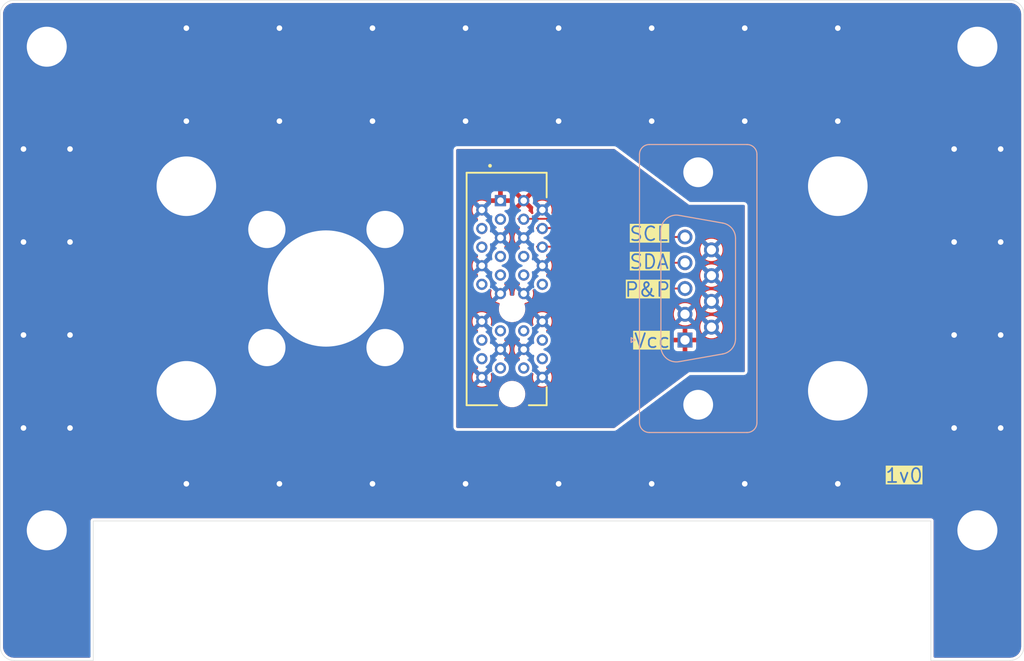
<source format=kicad_pcb>
(kicad_pcb (version 20241229) (generator "pcbnew") (generator_version "9.0")
  (layers (0 "F.Cu" signal) (2 "B.Cu" power) (13 "F.Paste" user) (15 "B.Paste" user) (5 "F.SilkS" user "F.Silkscreen") (7 "B.SilkS" user "B.Silkscreen") (1 "F.Mask" user) (3 "B.Mask" user) (25 "Edge.Cuts" user))
  (net 0 "")
  (net 1 "SCL")
  (net 2 "P&P")
  (net 3 "Vcc")
  (net 4 "SDA")
  (net 5 "GNDRF")
  (net 6 "GNDREF")
  (footprint "MountingHole:MountingHole_6.4mm_M6_DIN965_Pad" (layer "F.Cu") (at 210 71)
    (property "Reference" "REF**" (hide yes))
    (property "Value" "MountingHole_6.4mm_M6_DIN965_Pad")
    (pad "1" thru_hole circle (at 0 0) (size 11 11) (drill 6.4) (layers "*.Cu" "*.Mask") (net 5 "GNDRF"))
  )
  (footprint "MountingHole:MountingHole_4.3mm_M4_Pad" (layer "F.Cu") (at 125 56)
    (property "Reference" "REF**" (hide yes))
    (property "Value" "MountingHole_4.3mm_M4_Pad")
    (pad "1" thru_hole circle (at 0 0) (size 8.6 8.6) (drill 4.3) (layers "*.Cu" "*.Mask") (net 5 "GNDRF"))
  )
  (footprint "customLibrary:femaleBNCPanel" (layer "F.Cu") (at 155 82)
    (property "Reference" "J3" (hide yes))
    (property "Value" "Conn_Coaxial")
    (pad "2" thru_hole circle (at -6.35 -6.35) (size 4.4 4.4) (drill 4) (layers "*.Cu" "*.Mask") (net 5 "GNDRF"))
    (pad "2" thru_hole circle (at -6.35 6.35) (size 4.4 4.4) (drill 4) (layers "*.Cu" "*.Mask") (net 5 "GNDRF"))
    (pad "2" thru_hole rect (at 0 0) (size 18.55 18.55) (drill 12.5) (layers "*.Cu" "*.Mask") (net 5 "GNDRF") (clearance 0))
    (pad "2" thru_hole circle (at 6.35 -6.35) (size 4.4 4.4) (drill 4) (layers "*.Cu" "*.Mask") (net 5 "GNDRF"))
    (pad "2" thru_hole circle (at 6.35 6.35) (size 4.4 4.4) (drill 4) (layers "*.Cu" "*.Mask") (net 5 "GNDRF"))
  )
  (footprint "MountingHole:MountingHole_4.3mm_M4_Pad" (layer "F.Cu") (at 225 56)
    (property "Reference" "REF**" (hide yes))
    (property "Value" "MountingHole_4.3mm_M4_Pad")
    (pad "1" thru_hole circle (at 0 0) (size 8.6 8.6) (drill 4.3) (layers "*.Cu" "*.Mask") (net 5 "GNDRF"))
  )
  (footprint "MountingHole:MountingHole_6.4mm_M6_DIN965_Pad" (layer "F.Cu") (at 140 71)
    (property "Reference" "REF**" (hide yes))
    (property "Value" "MountingHole_6.4mm_M6_DIN965_Pad")
    (pad "1" thru_hole circle (at 0 0) (size 11 11) (drill 6.4) (layers "*.Cu" "*.Mask") (net 5 "GNDRF"))
  )
  (footprint "ProjectModels:SAMTEC_PCIE-036-02-X-D-TH" (layer "F.Cu") (at 175 82.05 90)
    (property "Reference" "J1" (hide yes))
    (property "Value" "PCIE-036-02-X-D-TH")
    (fp_line (start 12.5 -4.885) (end 12.5 3.715) (stroke (width 0.2)) (layer "F.SilkS"))
    (fp_line (start -12.5 -4.885) (end 12.5 -4.885) (stroke (width 0.2)) (layer "F.SilkS"))
    (fp_line (start -12.5 -1.6) (end -12.5 -4.885) (stroke (width 0.2)) (layer "F.SilkS"))
    (fp_line (start 12.5 3.715) (end 9.85 3.715) (stroke (width 0.2)) (layer "F.SilkS"))
    (fp_line (start -10.55 3.715) (end -12.5 3.715) (stroke (width 0.2)) (layer "F.SilkS"))
    (fp_line (start -12.5 3.715) (end -12.5 1.8) (stroke (width 0.2)) (layer "F.SilkS"))
    (fp_circle (center 13.25 -2.37) (end 13.35 -2.37) (stroke (width 0.2)) (fill no) (layer "F.SilkS"))
    (pad "" np_thru_hole circle (at -11.3 0 90) (size 2.35 2.35) (drill 2.35) (layers "*.Cu" "*.Mask"))
    (pad "" np_thru_hole circle (at -2.15 0 90) (size 2.35 2.35) (drill 2.35) (layers "*.Cu" "*.Mask"))
    (pad "1" thru_hole rect (at 9.5 -1.25 90) (size 1.208 1.208) (drill 0.7) (layers "*.Cu" "*.Mask") (net 3 "Vcc"))
    (pad "2" thru_hole circle (at 9.5 1.25 90) (size 1.208 1.208) (drill 0.7) (layers "*.Cu" "*.Mask") (net 3 "Vcc"))
    (pad "3" thru_hole circle (at 8.5 -3.25 90) (size 1.208 1.208) (drill 0.7) (layers "*.Cu" "*.Mask") (net 6 "GNDREF"))
    (pad "4" thru_hole circle (at 8.5 3.25 90) (size 1.208 1.208) (drill 0.7) (layers "*.Cu" "*.Mask") (net 6 "GNDREF"))
    (pad "5" thru_hole circle (at 7.5 -1.25 90) (size 1.208 1.208) (drill 0.7) (layers "*.Cu" "*.Mask"))
    (pad "6" thru_hole circle (at 7.5 1.25 90) (size 1.208 1.208) (drill 0.7) (layers "*.Cu" "*.Mask") (net 1 "SCL"))
    (pad "7" thru_hole circle (at 6.5 -3.25 90) (size 1.208 1.208) (drill 0.7) (layers "*.Cu" "*.Mask"))
    (pad "8" thru_hole circle (at 6.5 3.25 90) (size 1.208 1.208) (drill 0.7) (layers "*.Cu" "*.Mask") (net 4 "SDA"))
    (pad "9" thru_hole circle (at 5.5 -1.25 90) (size 1.208 1.208) (drill 0.7) (layers "*.Cu" "*.Mask") (net 6 "GNDREF"))
    (pad "10" thru_hole circle (at 5.5 1.25 90) (size 1.208 1.208) (drill 0.7) (layers "*.Cu" "*.Mask") (net 6 "GNDREF"))
    (pad "11" thru_hole circle (at 4.5 -3.25 90) (size 1.208 1.208) (drill 0.7) (layers "*.Cu" "*.Mask"))
    (pad "12" thru_hole circle (at 4.5 3.25 90) (size 1.208 1.208) (drill 0.7) (layers "*.Cu" "*.Mask") (net 2 "P&P"))
    (pad "13" thru_hole circle (at 3.5 -1.25 90) (size 1.208 1.208) (drill 0.7) (layers "*.Cu" "*.Mask"))
    (pad "14" thru_hole circle (at 3.5 1.25 90) (size 1.208 1.208) (drill 0.7) (layers "*.Cu" "*.Mask"))
    (pad "15" thru_hole circle (at 2.5 -3.25 90) (size 1.208 1.208) (drill 0.7) (layers "*.Cu" "*.Mask") (net 6 "GNDREF"))
    (pad "16" thru_hole circle (at 2.5 3.25 90) (size 1.208 1.208) (drill 0.7) (layers "*.Cu" "*.Mask") (net 6 "GNDREF"))
    (pad "17" thru_hole circle (at 1.5 -1.25 90) (size 1.208 1.208) (drill 0.7) (layers "*.Cu" "*.Mask"))
    (pad "18" thru_hole circle (at 1.5 1.25 90) (size 1.208 1.208) (drill 0.7) (layers "*.Cu" "*.Mask"))
    (pad "19" thru_hole circle (at 0.5 -3.25 90) (size 1.208 1.208) (drill 0.7) (layers "*.Cu" "*.Mask"))
    (pad "20" thru_hole circle (at 0.5 3.25 90) (size 1.208 1.208) (drill 0.7) (layers "*.Cu" "*.Mask"))
    (pad "21" thru_hole circle (at -0.5 -1.25 90) (size 1.208 1.208) (drill 0.7) (layers "*.Cu" "*.Mask") (net 6 "GNDREF"))
    (pad "22" thru_hole circle (at -0.5 1.25 90) (size 1.208 1.208) (drill 0.7) (layers "*.Cu" "*.Mask") (net 6 "GNDREF"))
    (pad "23" thru_hole circle (at -3.5 -3.25 90) (size 1.208 1.208) (drill 0.7) (layers "*.Cu" "*.Mask") (net 6 "GNDREF"))
    (pad "24" thru_hole circle (at -3.5 3.25 90) (size 1.208 1.208) (drill 0.7) (layers "*.Cu" "*.Mask") (net 6 "GNDREF"))
    (pad "25" thru_hole circle (at -4.5 -1.25 90) (size 1.208 1.208) (drill 0.7) (layers "*.Cu" "*.Mask"))
    (pad "26" thru_hole circle (at -4.5 1.25 90) (size 1.208 1.208) (drill 0.7) (layers "*.Cu" "*.Mask"))
    (pad "27" thru_hole circle (at -5.5 -3.25 90) (size 1.208 1.208) (drill 0.7) (layers "*.Cu" "*.Mask"))
    (pad "28" thru_hole circle (at -5.5 3.25 90) (size 1.208 1.208) (drill 0.7) (layers "*.Cu" "*.Mask"))
    (pad "29" thru_hole circle (at -6.5 -1.25 90) (size 1.208 1.208) (drill 0.7) (layers "*.Cu" "*.Mask") (net 6 "GNDREF"))
    (pad "30" thru_hole circle (at -6.5 1.25 90) (size 1.208 1.208) (drill 0.7) (layers "*.Cu" "*.Mask") (net 6 "GNDREF"))
    (pad "31" thru_hole circle (at -7.5 -3.25 90) (size 1.208 1.208) (drill 0.7) (layers "*.Cu" "*.Mask"))
    (pad "32" thru_hole circle (at -7.5 3.25 90) (size 1.208 1.208) (drill 0.7) (layers "*.Cu" "*.Mask"))
    (pad "33" thru_hole circle (at -8.5 -1.25 90) (size 1.208 1.208) (drill 0.7) (layers "*.Cu" "*.Mask"))
    (pad "34" thru_hole circle (at -8.5 1.25 90) (size 1.208 1.208) (drill 0.7) (layers "*.Cu" "*.Mask"))
    (pad "35" thru_hole circle (at -9.5 -3.25 90) (size 1.208 1.208) (drill 0.7) (layers "*.Cu" "*.Mask") (net 6 "GNDREF"))
    (pad "36" thru_hole circle (at -9.5 3.25 90) (size 1.208 1.208) (drill 0.7) (layers "*.Cu" "*.Mask") (net 6 "GNDREF"))
  )
  (footprint "MountingHole:MountingHole_4.3mm_M4_Pad" (layer "F.Cu") (at 125 108)
    (property "Reference" "REF**" (hide yes))
    (property "Value" "MountingHole_4.3mm_M4_Pad")
    (pad "1" thru_hole circle (at 0 0) (size 8.6 8.6) (drill 4.3) (layers "*.Cu" "*.Mask") (net 5 "GNDRF"))
  )
  (footprint "MountingHole:MountingHole_4.3mm_M4_Pad" (layer "F.Cu") (at 225 108)
    (property "Reference" "REF**" (hide yes))
    (property "Value" "MountingHole_4.3mm_M4_Pad")
    (pad "1" thru_hole circle (at 0 0) (size 8.6 8.6) (drill 4.3) (layers "*.Cu" "*.Mask") (net 5 "GNDRF"))
  )
  (footprint "MountingHole:MountingHole_6.4mm_M6_DIN965_Pad" (layer "F.Cu") (at 140 93)
    (property "Reference" "REF**" (hide yes))
    (property "Value" "MountingHole_6.4mm_M6_DIN965_Pad")
    (pad "1" thru_hole circle (at 0 0) (size 11 11) (drill 6.4) (layers "*.Cu" "*.Mask") (net 5 "GNDRF"))
  )
  (footprint "MountingHole:MountingHole_6.4mm_M6_DIN965_Pad" (layer "F.Cu") (at 210 93)
    (property "Reference" "REF**" (hide yes))
    (property "Value" "MountingHole_6.4mm_M6_DIN965_Pad")
    (pad "1" thru_hole circle (at 0 0) (size 11 11) (drill 6.4) (layers "*.Cu" "*.Mask") (net 5 "GNDRF"))
  )
  (footprint "Connector_Dsub:DSUB-9_Socket_Vertical_P2.77x2.84mm_MountingHoles" (layer "B.Cu") (at 195 69.5 -90)
    (property "Reference" "J2" (hide yes))
    (property "Value" "DE9_Socket_MountingHoles")
    (fp_line (start 17.79 7.204338) (end 18.29 7.204338) (stroke (width 0.12)) (layer "B.SilkS"))
    (fp_line (start 18.29 7.204338) (end 18.04 6.771325) (stroke (width 0.12)) (layer "B.SilkS"))
    (fp_line (start 18.04 6.771325) (end 17.79 7.204338) (stroke (width 0.12)) (layer "B.SilkS"))
    (fp_line (start -1.925 6.31) (end 26.925 6.31) (stroke (width 0.12)) (layer "B.SilkS"))
    (fp_line (start 27.985 5.25) (end 27.985 -5.25) (stroke (width 0.12)) (layer "B.SilkS"))
    (fp_line (start 6.268311 4.01) (end 18.731689 4.01) (stroke (width 0.12)) (layer "B.SilkS"))
    (fp_line (start 20.36647 2.061744) (end 19.537733 -2.638256) (stroke (width 0.12)) (layer "B.SilkS"))
    (fp_line (start 5.462267 -2.638256) (end 4.63353 2.061744) (stroke (width 0.12)) (layer "B.SilkS"))
    (fp_line (start 17.902952 -4.01) (end 7.097048 -4.01) (stroke (width 0.12)) (layer "B.SilkS"))
    (fp_line (start -2.985 -5.25) (end -2.985 5.25) (stroke (width 0.12)) (layer "B.SilkS"))
    (fp_line (start 26.925 -6.31) (end -1.925 -6.31) (stroke (width 0.12)) (layer "B.SilkS"))
    (fp_arc (start -1.925 6.31) (mid -2.674533 5.999533) (end -2.985 5.25) (stroke (width 0.12)) (layer "B.SilkS"))
    (fp_arc (start 27.985 5.25) (mid 27.674533 5.999533) (end 26.925 6.31) (stroke (width 0.12)) (layer "B.SilkS"))
    (fp_arc (start 6.268311 4.01) (mid 4.996677 3.417027) (end 4.63353 2.061744) (stroke (width 0.12)) (layer "B.SilkS"))
    (fp_arc (start 20.36647 2.061744) (mid 20.003323 3.417027) (end 18.731689 4.01) (stroke (width 0.12)) (layer "B.SilkS"))
    (fp_arc (start 5.462267 -2.638256) (mid 6.03002 -3.621634) (end 7.097048 -4.01) (stroke (width 0.12)) (layer "B.SilkS"))
    (fp_arc (start 17.902952 -4.01) (mid 18.96998 -3.621634) (end 19.537733 -2.638256) (stroke (width 0.12)) (layer "B.SilkS"))
    (fp_arc (start -2.985 -5.25) (mid -2.674533 -5.999533) (end -1.925 -6.31) (stroke (width 0.12)) (layer "B.SilkS"))
    (fp_arc (start 26.925 -6.31) (mid 27.674533 -5.999533) (end 27.985 -5.25) (stroke (width 0.12)) (layer "B.SilkS"))
    (pad "0" thru_hole circle (at 0 0 270) (size 4 4) (drill 3.2) (layers "*.Cu" "*.Mask") (net 5 "GNDRF"))
    (pad "0" thru_hole circle (at 25 0 270) (size 4 4) (drill 3.2) (layers "*.Cu" "*.Mask") (net 5 "GNDRF"))
    (pad "1" thru_hole rect (at 18.04 1.42 270) (size 1.6 1.6) (drill 1) (layers "*.Cu" "*.Mask") (net 3 "Vcc"))
    (pad "2" thru_hole circle (at 15.27 1.42 270) (size 1.6 1.6) (drill 1) (layers "*.Cu" "*.Mask") (net 6 "GNDREF"))
    (pad "3" thru_hole circle (at 12.5 1.42 270) (size 1.6 1.6) (drill 1) (layers "*.Cu" "*.Mask") (net 2 "P&P"))
    (pad "4" thru_hole circle (at 9.73 1.42 270) (size 1.6 1.6) (drill 1) (layers "*.Cu" "*.Mask") (net 4 "SDA"))
    (pad "5" thru_hole circle (at 6.96 1.42 270) (size 1.6 1.6) (drill 1) (layers "*.Cu" "*.Mask") (net 1 "SCL"))
    (pad "6" thru_hole circle (at 16.655 -1.42 270) (size 1.6 1.6) (drill 1) (layers "*.Cu" "*.Mask") (net 6 "GNDREF"))
    (pad "7" thru_hole circle (at 13.885 -1.42 270) (size 1.6 1.6) (drill 1) (layers "*.Cu" "*.Mask") (net 6 "GNDREF"))
    (pad "8" thru_hole circle (at 11.115 -1.42 270) (size 1.6 1.6) (drill 1) (layers "*.Cu" "*.Mask") (net 6 "GNDREF"))
    (pad "9" thru_hole circle (at 8.345 -1.42 270) (size 1.6 1.6) (drill 1) (layers "*.Cu" "*.Mask") (net 6 "GNDREF"))
  )
  (gr_arc (start 230 120.5) (mid 229.56066 121.56066) (end 228.5 122) (stroke (width 0.05)) (layer "Edge.Cuts"))
  (gr_arc (start 121.5 122) (mid 120.43934 121.56066) (end 120 120.5) (stroke (width 0.05)) (layer "Edge.Cuts"))
  (gr_arc (start 228.5 51) (mid 229.56066 51.43934) (end 230 52.5) (stroke (width 0.05)) (layer "Edge.Cuts"))
  (gr_line (start 220 107) (end 220 122) (stroke (width 0.05)) (layer "Edge.Cuts"))
  (gr_line (start 220 122) (end 228.5 122) (stroke (width 0.05)) (layer "Edge.Cuts"))
  (gr_line (start 120 120.5) (end 120 52.5) (stroke (width 0.05)) (layer "Edge.Cuts"))
  (gr_line (start 230 52.5) (end 230 120.5) (stroke (width 0.05)) (layer "Edge.Cuts"))
  (gr_line (start 130 122) (end 130 107) (stroke (width 0.05)) (layer "Edge.Cuts"))
  (gr_line (start 121.5 51) (end 228.5 51) (stroke (width 0.05)) (layer "Edge.Cuts"))
  (gr_line (start 121.5 122) (end 130 122) (stroke (width 0.05)) (layer "Edge.Cuts"))
  (gr_arc (start 120 52.5) (mid 120.43934 51.43934) (end 121.5 51) (stroke (width 0.05)) (layer "Edge.Cuts"))
  (gr_line (start 130 107) (end 220 107) (stroke (width 0.05)) (layer "Edge.Cuts"))
  (gr_text "Vcc" (at 188 88.5 0) (layer "F.SilkS" knockout) (effects (font (size 1.5 1.5) (thickness 0.1875)) (justify left bottom)))
  (gr_text "SCL" (at 187.5 77 0) (layer "F.SilkS" knockout) (effects (font (size 1.5 1.5) (thickness 0.1875)) (justify left bottom)))
  (gr_text "SDA" (at 187.5 80 0) (layer "F.SilkS" knockout) (effects (font (size 1.5 1.5) (thickness 0.1875)) (justify left bottom)))
  (gr_text "P&P" (at 187 83 0) (layer "F.SilkS" knockout) (effects (font (size 1.5 1.5) (thickness 0.1875)) (justify left bottom)))
  (gr_text "1v0" (at 215 103 0) (layer "F.SilkS" knockout) (effects (font (size 1.5 1.5) (thickness 0.1875)) (justify left bottom)))
  (segment (start 185 76.46) (end 193.58 76.46) (width 0.2) (layer "F.Cu") (net 1))
  (segment (start 183.045 74.505) (end 185 76.46) (width 0.2) (layer "F.Cu") (net 1))
  (segment (start 175.665 74.5) (end 175.67 74.505) (width 0.2) (layer "F.Cu") (net 1))
  (segment (start 175.67 74.505) (end 183.045 74.505) (width 0.2) (layer "F.Cu") (net 1))
  (segment (start 177.665 77.5) (end 180.5 77.5) (width 0.2) (layer "F.Cu") (net 2))
  (segment (start 180.5 77.5) (end 185 82) (width 0.2) (layer "F.Cu") (net 2))
  (segment (start 185 82) (end 193.58 82) (width 0.2) (layer "F.Cu") (net 2))
  (segment (start 177.665 75.5) (end 181 75.5) (width 0.2) (layer "F.Cu") (net 4))
  (segment (start 184.73 79.23) (end 193.58 79.23) (width 0.2) (layer "F.Cu") (net 4))
  (segment (start 181 75.5) (end 184.73 79.23) (width 0.2) (layer "F.Cu") (net 4))
  (via (at 170 54) (size 0.8) (drill 0.6) (layers "F.Cu" "B.Cu") (net 5))
  (via (at 127.5 87) (size 0.8) (drill 0.6) (layers "F.Cu" "B.Cu") (net 5))
  (via (at 222.5 97) (size 0.8) (drill 0.6) (layers "F.Cu" "B.Cu") (net 5))
  (via (at 210 64) (size 0.8) (drill 0.6) (layers "F.Cu" "B.Cu") (net 5))
  (via (at 160 54) (size 0.8) (drill 0.6) (layers "F.Cu" "B.Cu") (net 5))
  (via (at 227.5 77) (size 0.8) (drill 0.6) (layers "F.Cu" "B.Cu") (net 5))
  (via (at 222.5 67) (size 0.8) (drill 0.6) (layers "F.Cu" "B.Cu") (net 5))
  (via (at 127.5 67) (size 0.8) (drill 0.6) (layers "F.Cu" "B.Cu") (net 5))
  (via (at 200 64) (size 0.8) (drill 0.6) (layers "F.Cu" "B.Cu") (net 5))
  (via (at 170 64) (size 0.8) (drill 0.6) (layers "F.Cu" "B.Cu") (net 5))
  (via (at 227.5 67) (size 0.8) (drill 0.6) (layers "F.Cu" "B.Cu") (net 5))
  (via (at 170 103) (size 0.8) (drill 0.6) (layers "F.Cu" "B.Cu") (net 5))
  (via (at 140 54) (size 0.8) (drill 0.6) (layers "F.Cu" "B.Cu") (net 5))
  (via (at 200 54) (size 0.8) (drill 0.6) (layers "F.Cu" "B.Cu") (net 5))
  (via (at 150 54) (size 0.8) (drill 0.6) (layers "F.Cu" "B.Cu") (net 5))
  (via (at 222.5 87) (size 0.8) (drill 0.6) (layers "F.Cu" "B.Cu") (net 5))
  (via (at 180 54) (size 0.8) (drill 0.6) (layers "F.Cu" "B.Cu") (net 5))
  (via (at 140 103) (size 0.8) (drill 0.6) (layers "F.Cu" "B.Cu") (net 5))
  (via (at 190 103) (size 0.8) (drill 0.6) (layers "F.Cu" "B.Cu") (net 5))
  (via (at 160 103) (size 0.8) (drill 0.6) (layers "F.Cu" "B.Cu") (net 5))
  (via (at 140 64) (size 0.8) (drill 0.6) (layers "F.Cu" "B.Cu") (net 5))
  (via (at 190 64) (size 0.8) (drill 0.6) (layers "F.Cu" "B.Cu") (net 5))
  (via (at 210 103) (size 0.8) (drill 0.6) (layers "F.Cu" "B.Cu") (net 5))
  (via (at 127.5 77) (size 0.8) (drill 0.6) (layers "F.Cu" "B.Cu") (net 5))
  (via (at 227.5 97) (size 0.8) (drill 0.6) (layers "F.Cu" "B.Cu") (net 5))
  (via (at 150 64) (size 0.8) (drill 0.6) (layers "F.Cu" "B.Cu") (net 5))
  (via (at 127.5 97) (size 0.8) (drill 0.6) (layers "F.Cu" "B.Cu") (net 5))
  (via (at 160 64) (size 0.8) (drill 0.6) (layers "F.Cu" "B.Cu") (net 5))
  (via (at 227.5 87) (size 0.8) (drill 0.6) (layers "F.Cu" "B.Cu") (net 5))
  (via (at 210 54) (size 0.8) (drill 0.6) (layers "F.Cu" "B.Cu") (net 5))
  (via (at 222.5 77) (size 0.8) (drill 0.6) (layers "F.Cu" "B.Cu") (net 5))
  (via (at 190 54) (size 0.8) (drill 0.6) (layers "F.Cu" "B.Cu") (net 5))
  (via (at 122.5 67) (size 0.8) (drill 0.6) (layers "F.Cu" "B.Cu") (net 5))
  (via (at 122.5 97) (size 0.8) (drill 0.6) (layers "F.Cu" "B.Cu") (net 5))
  (via (at 200 103) (size 0.8) (drill 0.6) (layers "F.Cu" "B.Cu") (net 5))
  (via (at 150 103) (size 0.8) (drill 0.6) (layers "F.Cu" "B.Cu") (net 5))
  (via (at 180 103) (size 0.8) (drill 0.6) (layers "F.Cu" "B.Cu") (net 5))
  (via (at 122.5 87) (size 0.8) (drill 0.6) (layers "F.Cu" "B.Cu") (net 5))
  (via (at 180 64) (size 0.8) (drill 0.6) (layers "F.Cu" "B.Cu") (net 5))
  (via (at 122.5 77) (size 0.8) (drill 0.6) (layers "F.Cu" "B.Cu") (net 5))
  (zone (net 3) (net_name "Vcc") (layer "F.Cu") (priority 2) (connect_pads (clearance 0.3)) (min_thickness 0.25) (fill yes (thermal_gap 0.5) (thermal_bridge_width 0.5))
    (polygon (pts (xy 169 67) (xy 186 67) (xy 194 73) (xy 200 73) (xy 200 91) (xy 194 91) (xy 186 97) (xy 169 97)))
  )
  (zone (net 5) (net_name "GNDRF") (layers "F.Cu" "B.Cu") (connect_pads yes (clearance 0.3)) (min_thickness 0.25) (fill yes (thermal_gap 0.5) (thermal_bridge_width 0.5))
    (polygon (pts (xy 120 51) (xy 230 51) (xy 230 122) (xy 120 122)))
  )
  (zone (net 6) (net_name "GNDREF") (layer "B.Cu") (priority 2) (connect_pads (clearance 0.3)) (min_thickness 0.25) (fill yes (thermal_gap 0.5) (thermal_bridge_width 0.5))
    (polygon (pts (xy 169 97) (xy 169 67) (xy 186 67) (xy 194 73) (xy 200 73) (xy 200 91) (xy 194 91) (xy 186 97)))
  )
)
</source>
